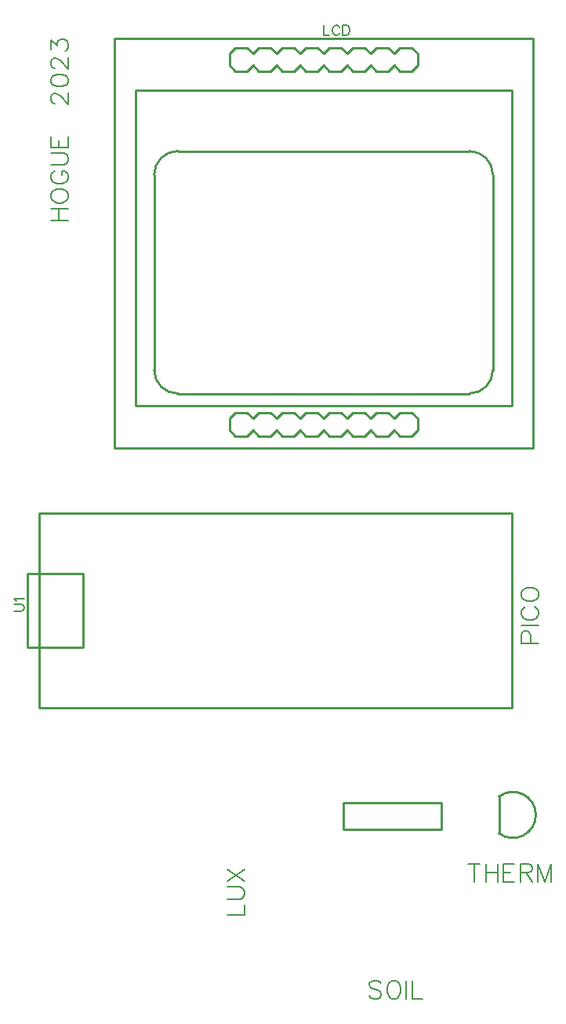
<source format=gto>
G04 Layer: TopSilkscreenLayer*
G04 EasyEDA v6.5.23, 2023-06-25 18:40:03*
G04 6b10e09a02d447a1920506d39c92bb1f,f3d5b93f6eed4f979a6c9236d77c88b5,10*
G04 Gerber Generator version 0.2*
G04 Scale: 100 percent, Rotated: No, Reflected: No *
G04 Dimensions in millimeters *
G04 leading zeros omitted , absolute positions ,4 integer and 5 decimal *
%FSLAX45Y45*%
%MOMM*%

%ADD10C,0.2032*%
%ADD11C,0.1524*%
%ADD12C,0.2540*%

%LPD*%
D10*
X5192522Y3162300D02*
G01*
X5386324Y3162300D01*
X5192522Y3162300D02*
G01*
X5192522Y3245357D01*
X5201665Y3273044D01*
X5210809Y3282442D01*
X5229352Y3291586D01*
X5257038Y3291586D01*
X5275579Y3282442D01*
X5284724Y3273044D01*
X5294122Y3245357D01*
X5294122Y3162300D01*
X5192522Y3352545D02*
G01*
X5386324Y3352545D01*
X5238750Y3552189D02*
G01*
X5220208Y3542792D01*
X5201665Y3524250D01*
X5192522Y3505962D01*
X5192522Y3468878D01*
X5201665Y3450589D01*
X5220208Y3432047D01*
X5238750Y3422650D01*
X5266436Y3413505D01*
X5312409Y3413505D01*
X5340350Y3422650D01*
X5358638Y3432047D01*
X5377179Y3450589D01*
X5386324Y3468878D01*
X5386324Y3505962D01*
X5377179Y3524250D01*
X5358638Y3542792D01*
X5340350Y3552189D01*
X5192522Y3668521D02*
G01*
X5201665Y3649979D01*
X5220208Y3631437D01*
X5238750Y3622294D01*
X5266436Y3613150D01*
X5312409Y3613150D01*
X5340350Y3622294D01*
X5358638Y3631437D01*
X5377179Y3649979D01*
X5386324Y3668521D01*
X5386324Y3705352D01*
X5377179Y3723894D01*
X5358638Y3742436D01*
X5340350Y3751579D01*
X5312409Y3760723D01*
X5266436Y3760723D01*
X5238750Y3751579D01*
X5220208Y3742436D01*
X5201665Y3723894D01*
X5192522Y3705352D01*
X5192522Y3668521D01*
X112521Y7721600D02*
G01*
X306323Y7721600D01*
X112521Y7850886D02*
G01*
X306323Y7850886D01*
X204723Y7721600D02*
G01*
X204723Y7850886D01*
X112521Y7967218D02*
G01*
X121665Y7948929D01*
X140207Y7930387D01*
X158750Y7920989D01*
X186436Y7911845D01*
X232410Y7911845D01*
X260350Y7920989D01*
X278637Y7930387D01*
X297179Y7948929D01*
X306323Y7967218D01*
X306323Y8004302D01*
X297179Y8022589D01*
X278637Y8041131D01*
X260350Y8050529D01*
X232410Y8059673D01*
X186436Y8059673D01*
X158750Y8050529D01*
X140207Y8041131D01*
X121665Y8022589D01*
X112521Y8004302D01*
X112521Y7967218D01*
X158750Y8259063D02*
G01*
X140207Y8249920D01*
X121665Y8231378D01*
X112521Y8213089D01*
X112521Y8176005D01*
X121665Y8157463D01*
X140207Y8139176D01*
X158750Y8129778D01*
X186436Y8120634D01*
X232410Y8120634D01*
X260350Y8129778D01*
X278637Y8139176D01*
X297179Y8157463D01*
X306323Y8176005D01*
X306323Y8213089D01*
X297179Y8231378D01*
X278637Y8249920D01*
X260350Y8259063D01*
X232410Y8259063D01*
X232410Y8213089D02*
G01*
X232410Y8259063D01*
X112521Y8320023D02*
G01*
X250952Y8320023D01*
X278637Y8329421D01*
X297179Y8347710D01*
X306323Y8375650D01*
X306323Y8393937D01*
X297179Y8421624D01*
X278637Y8440165D01*
X250952Y8449310D01*
X112521Y8449310D01*
X112521Y8510270D02*
G01*
X306323Y8510270D01*
X112521Y8510270D02*
G01*
X112521Y8630412D01*
X204723Y8510270D02*
G01*
X204723Y8584184D01*
X306323Y8510270D02*
G01*
X306323Y8630412D01*
X158750Y8985250D02*
G01*
X149352Y8985250D01*
X130810Y8994394D01*
X121665Y9003537D01*
X112521Y9022079D01*
X112521Y9058910D01*
X121665Y9077452D01*
X130810Y9086850D01*
X149352Y9095994D01*
X167894Y9095994D01*
X186436Y9086850D01*
X214121Y9068308D01*
X306323Y8975852D01*
X306323Y9105137D01*
X112521Y9221470D02*
G01*
X121665Y9193784D01*
X149352Y9175495D01*
X195579Y9166097D01*
X223265Y9166097D01*
X269494Y9175495D01*
X297179Y9193784D01*
X306323Y9221470D01*
X306323Y9240012D01*
X297179Y9267697D01*
X269494Y9286239D01*
X223265Y9295384D01*
X195579Y9295384D01*
X149352Y9286239D01*
X121665Y9267697D01*
X112521Y9240012D01*
X112521Y9221470D01*
X158750Y9365742D02*
G01*
X149352Y9365742D01*
X130810Y9374886D01*
X121665Y9384029D01*
X112521Y9402571D01*
X112521Y9439655D01*
X121665Y9457944D01*
X130810Y9467342D01*
X149352Y9476486D01*
X167894Y9476486D01*
X186436Y9467342D01*
X214121Y9448800D01*
X306323Y9356344D01*
X306323Y9485629D01*
X112521Y9565131D02*
G01*
X112521Y9666731D01*
X186436Y9611360D01*
X186436Y9639045D01*
X195579Y9657587D01*
X204723Y9666731D01*
X232410Y9676129D01*
X250952Y9676129D01*
X278637Y9666731D01*
X297179Y9648189D01*
X306323Y9620504D01*
X306323Y9592818D01*
X297179Y9565131D01*
X288036Y9555987D01*
X269494Y9546589D01*
X2017522Y228600D02*
G01*
X2211324Y228600D01*
X2211324Y228600D02*
G01*
X2211324Y339344D01*
X2017522Y400304D02*
G01*
X2155952Y400304D01*
X2183638Y409702D01*
X2202179Y427989D01*
X2211324Y455929D01*
X2211324Y474218D01*
X2202179Y501904D01*
X2183638Y520445D01*
X2155952Y529589D01*
X2017522Y529589D01*
X2017522Y590550D02*
G01*
X2211324Y720089D01*
X2017522Y720089D02*
G01*
X2211324Y590550D01*
X4687570Y776478D02*
G01*
X4687570Y582676D01*
X4622800Y776478D02*
G01*
X4752086Y776478D01*
X4813045Y776478D02*
G01*
X4813045Y582676D01*
X4942331Y776478D02*
G01*
X4942331Y582676D01*
X4813045Y684276D02*
G01*
X4942331Y684276D01*
X5003291Y776478D02*
G01*
X5003291Y582676D01*
X5003291Y776478D02*
G01*
X5123434Y776478D01*
X5003291Y684276D02*
G01*
X5077206Y684276D01*
X5003291Y582676D02*
G01*
X5123434Y582676D01*
X5184393Y776478D02*
G01*
X5184393Y582676D01*
X5184393Y776478D02*
G01*
X5267452Y776478D01*
X5295138Y767334D01*
X5304536Y758189D01*
X5313679Y739647D01*
X5313679Y721105D01*
X5304536Y702563D01*
X5295138Y693420D01*
X5267452Y684276D01*
X5184393Y684276D01*
X5248909Y684276D02*
G01*
X5313679Y582676D01*
X5374640Y776478D02*
G01*
X5374640Y582676D01*
X5374640Y776478D02*
G01*
X5448554Y582676D01*
X5522468Y776478D02*
G01*
X5448554Y582676D01*
X5522468Y776478D02*
G01*
X5522468Y582676D01*
X3685286Y-508507D02*
G01*
X3666743Y-489965D01*
X3639058Y-480821D01*
X3602227Y-480821D01*
X3574541Y-489965D01*
X3556000Y-508507D01*
X3556000Y-527050D01*
X3565143Y-545337D01*
X3574541Y-554736D01*
X3592829Y-563879D01*
X3648456Y-582421D01*
X3666743Y-591565D01*
X3676141Y-600710D01*
X3685286Y-619252D01*
X3685286Y-646937D01*
X3666743Y-665479D01*
X3639058Y-674623D01*
X3602227Y-674623D01*
X3574541Y-665479D01*
X3556000Y-646937D01*
X3801618Y-480821D02*
G01*
X3783329Y-489965D01*
X3764788Y-508507D01*
X3755390Y-527050D01*
X3746245Y-554736D01*
X3746245Y-600710D01*
X3755390Y-628650D01*
X3764788Y-646937D01*
X3783329Y-665479D01*
X3801618Y-674623D01*
X3838702Y-674623D01*
X3856990Y-665479D01*
X3875531Y-646937D01*
X3884929Y-628650D01*
X3894074Y-600710D01*
X3894074Y-554736D01*
X3884929Y-527050D01*
X3875531Y-508507D01*
X3856990Y-489965D01*
X3838702Y-480821D01*
X3801618Y-480821D01*
X3955034Y-480821D02*
G01*
X3955034Y-674623D01*
X4015993Y-480821D02*
G01*
X4015993Y-674623D01*
X4015993Y-674623D02*
G01*
X4126738Y-674623D01*
D11*
X-280415Y3505200D02*
G01*
X-202437Y3505200D01*
X-186944Y3510279D01*
X-176529Y3520694D01*
X-171450Y3536442D01*
X-171450Y3546855D01*
X-176529Y3562350D01*
X-186944Y3572763D01*
X-202437Y3577844D01*
X-280415Y3577844D01*
X-259587Y3612134D02*
G01*
X-264921Y3622547D01*
X-280415Y3638295D01*
X-171450Y3638295D01*
X3060700Y9830815D02*
G01*
X3060700Y9721850D01*
X3060700Y9721850D02*
G01*
X3122929Y9721850D01*
X3235197Y9804908D02*
G01*
X3230118Y9815321D01*
X3219704Y9825736D01*
X3209290Y9830815D01*
X3188461Y9830815D01*
X3178047Y9825736D01*
X3167634Y9815321D01*
X3162554Y9804908D01*
X3157220Y9789160D01*
X3157220Y9763252D01*
X3162554Y9747758D01*
X3167634Y9737344D01*
X3178047Y9726929D01*
X3188461Y9721850D01*
X3209290Y9721850D01*
X3219704Y9726929D01*
X3230118Y9737344D01*
X3235197Y9747758D01*
X3269488Y9830815D02*
G01*
X3269488Y9721850D01*
X3269488Y9830815D02*
G01*
X3305809Y9830815D01*
X3321558Y9825736D01*
X3331972Y9815321D01*
X3337052Y9804908D01*
X3342386Y9789160D01*
X3342386Y9763252D01*
X3337052Y9747758D01*
X3331972Y9737344D01*
X3321558Y9726929D01*
X3305809Y9721850D01*
X3269488Y9721850D01*
D12*
X-7289Y2463800D02*
G01*
X-7289Y4563795D01*
X5092700Y4563795D02*
G01*
X-7289Y4563795D01*
X5092700Y2463800D02*
G01*
X5092700Y4563795D01*
X5092700Y2463800D02*
G01*
X-7289Y2463800D01*
X-137287Y3113811D02*
G01*
X-137287Y3913809D01*
X462711Y3913809D01*
X462711Y3113811D01*
X-137287Y3113811D01*
X800100Y9690100D02*
G01*
X5321300Y9690100D01*
X5321300Y5270500D01*
X800100Y5270500D01*
X800100Y9690100D01*
X2044700Y5588000D02*
G01*
X2108200Y5651500D01*
X2235200Y5651500D01*
X2298700Y5588000D01*
X2362200Y5651500D01*
X2489200Y5651500D01*
X2552700Y5588000D01*
X2616200Y5651500D01*
X2743200Y5651500D01*
X2806700Y5588000D01*
X2870200Y5651500D01*
X2997200Y5651500D01*
X3060700Y5588000D01*
X3124200Y5651500D01*
X3251200Y5651500D01*
X3314700Y5588000D01*
X3378200Y5651500D01*
X3505200Y5651500D01*
X3568700Y5588000D01*
X3632200Y5651500D01*
X3759200Y5651500D01*
X3822700Y5588000D01*
X3886200Y5651500D01*
X4013200Y5651500D01*
X4076700Y5588000D01*
X4076700Y5461000D01*
X4013200Y5397500D01*
X3886200Y5397500D01*
X3822700Y5461000D01*
X3759200Y5397500D01*
X3632200Y5397500D01*
X3568700Y5461000D01*
X3505200Y5397500D01*
X3378200Y5397500D01*
X3314700Y5461000D01*
X3251200Y5397500D01*
X3124200Y5397500D01*
X3060700Y5461000D01*
X2997200Y5397500D01*
X2870200Y5397500D01*
X2806700Y5461000D01*
X2743200Y5397500D01*
X2616200Y5397500D01*
X2552700Y5461000D01*
X2489200Y5397500D01*
X2362200Y5397500D01*
X2298700Y5461000D01*
X2235200Y5397500D01*
X2108200Y5397500D01*
X2044700Y5461000D01*
X2044700Y5588000D01*
X2044700Y9525000D02*
G01*
X2108200Y9588500D01*
X2235200Y9588500D01*
X2298700Y9525000D01*
X2362200Y9588500D01*
X2489200Y9588500D01*
X2552700Y9525000D01*
X2616200Y9588500D01*
X2743200Y9588500D01*
X2806700Y9525000D01*
X2870200Y9588500D01*
X2997200Y9588500D01*
X3060700Y9525000D01*
X3124200Y9588500D01*
X3251200Y9588500D01*
X3314700Y9525000D01*
X3378200Y9588500D01*
X3505200Y9588500D01*
X3568700Y9525000D01*
X3632200Y9588500D01*
X3759200Y9588500D01*
X3822700Y9525000D01*
X3886200Y9588500D01*
X4013200Y9588500D01*
X4076700Y9525000D01*
X4076700Y9398000D01*
X4013200Y9334500D01*
X3886200Y9334500D01*
X3822700Y9398000D01*
X3759200Y9334500D01*
X3632200Y9334500D01*
X3568700Y9398000D01*
X3505200Y9334500D01*
X3378200Y9334500D01*
X3314700Y9398000D01*
X3251200Y9334500D01*
X3124200Y9334500D01*
X3060700Y9398000D01*
X2997200Y9334500D01*
X2870200Y9334500D01*
X2806700Y9398000D01*
X2743200Y9334500D01*
X2616200Y9334500D01*
X2552700Y9398000D01*
X2489200Y9334500D01*
X2362200Y9334500D01*
X2298700Y9398000D01*
X2235200Y9334500D01*
X2108200Y9334500D01*
X2044700Y9398000D01*
X2044700Y9525000D01*
X1028700Y9131300D02*
G01*
X5092700Y9131300D01*
X5092700Y5727700D01*
X1028700Y5727700D01*
X1028700Y9131300D01*
X1485900Y5854700D02*
G01*
X4635500Y5854700D01*
X1231900Y6108700D02*
G01*
X1231900Y8216900D01*
X1485900Y8470900D02*
G01*
X4635500Y8470900D01*
X4889500Y6108700D02*
G01*
X4889500Y8216900D01*
X4330700Y1441450D02*
G01*
X4330700Y1149350D01*
X3276600Y1149350D01*
X3276600Y1441450D01*
X4330700Y1441450D01*
X4955687Y1110109D02*
G01*
X4955687Y1506090D01*
G75*
G01*
X1231903Y6108703D02*
G03*
X1485903Y5854703I253999J-1D01*
G75*
G01*
X4635497Y5854703D02*
G03*
X4889497Y6108703I1J253999D01*
G75*
G01*
X4889497Y8216897D02*
G03*
X4635497Y8470897I-253999J1D01*
G75*
G01*
X1485903Y8470897D02*
G03*
X1231903Y8216897I-1J-253999D01*
G75*
G01*
X4955560Y1109980D02*
G03*
X4955560Y1506220I149840J198120D01*
M02*

</source>
